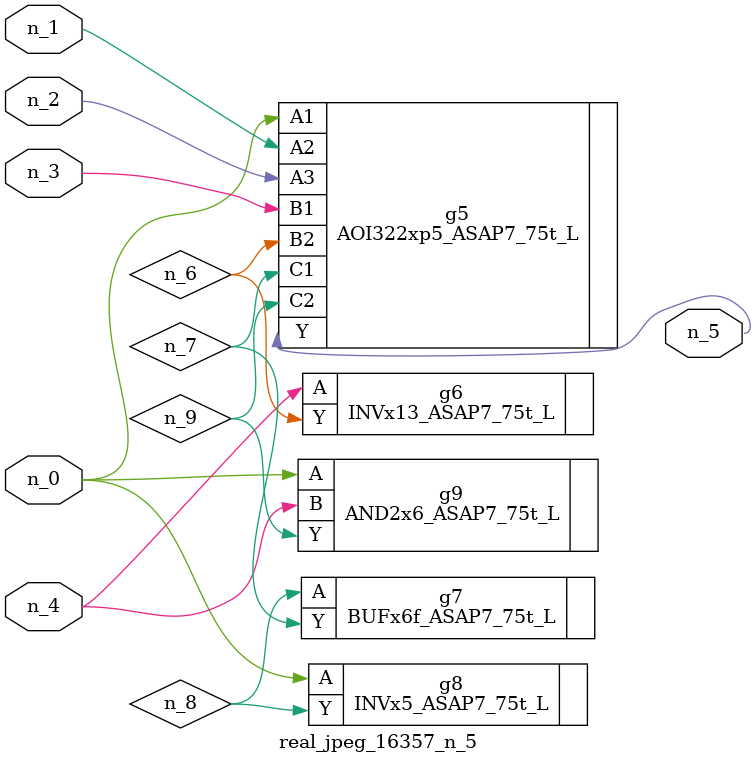
<source format=v>
module real_jpeg_16357_n_5 (n_4, n_0, n_1, n_2, n_3, n_5);

input n_4;
input n_0;
input n_1;
input n_2;
input n_3;

output n_5;

wire n_8;
wire n_6;
wire n_7;
wire n_9;

AOI322xp5_ASAP7_75t_L g5 ( 
.A1(n_0),
.A2(n_1),
.A3(n_2),
.B1(n_3),
.B2(n_6),
.C1(n_7),
.C2(n_9),
.Y(n_5)
);

INVx5_ASAP7_75t_L g8 ( 
.A(n_0),
.Y(n_8)
);

AND2x6_ASAP7_75t_L g9 ( 
.A(n_0),
.B(n_4),
.Y(n_9)
);

INVx13_ASAP7_75t_L g6 ( 
.A(n_4),
.Y(n_6)
);

BUFx6f_ASAP7_75t_L g7 ( 
.A(n_8),
.Y(n_7)
);


endmodule
</source>
